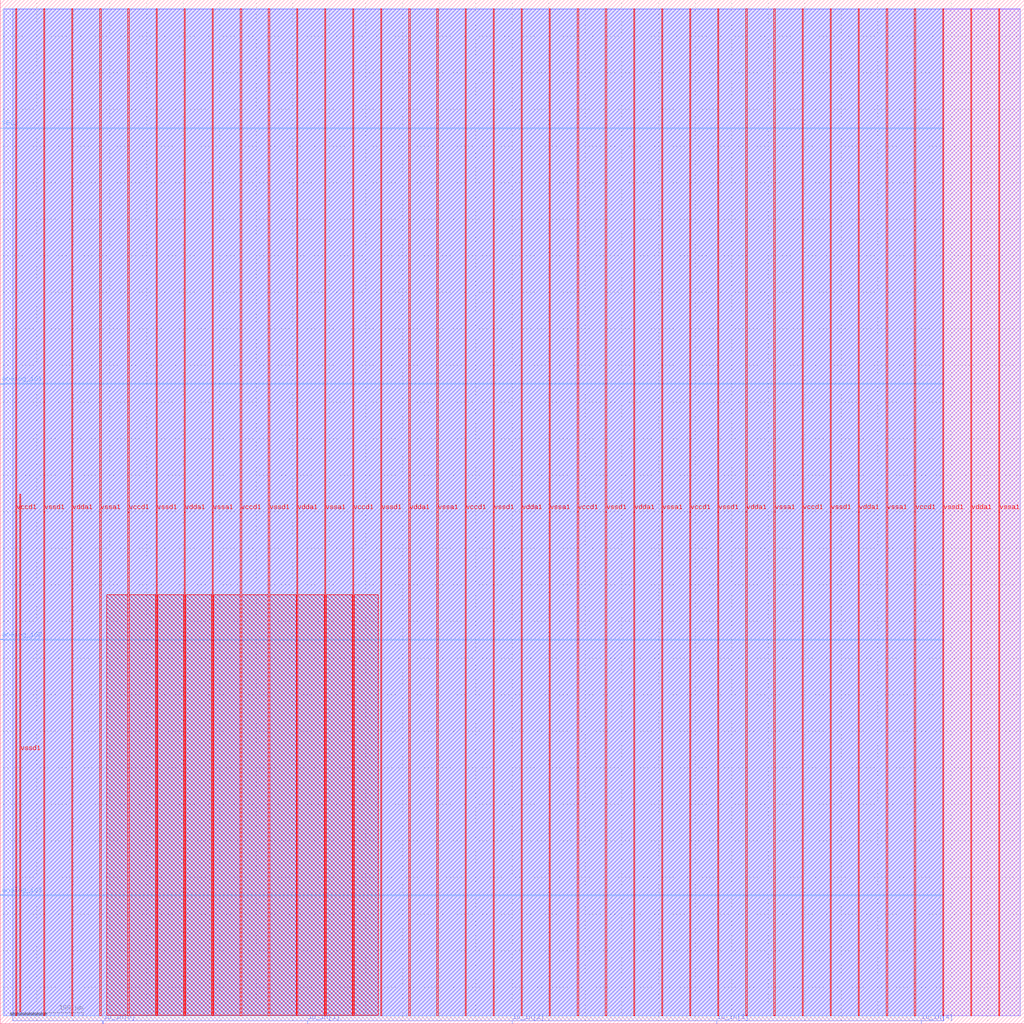
<source format=lef>
VERSION 5.7 ;
  NOWIREEXTENSIONATPIN ON ;
  DIVIDERCHAR "/" ;
  BUSBITCHARS "[]" ;
MACRO user_proj_example
  CLASS BLOCK ;
  FOREIGN user_proj_example ;
  ORIGIN 0.000 0.000 ;
  SIZE 1400.000 BY 1400.000 ;
  PIN SEL2
    DIRECTION INOUT ;
    USE SIGNAL ;
    ANTENNADIFFAREA 0.434700 ;
    PORT
      LAYER met3 ;
        RECT 0.000 1224.040 4.000 1224.640 ;
    END
  END SEL2
  PIN analog_io1
    DIRECTION INOUT ;
    USE SIGNAL ;
    ANTENNADIFFAREA 0.434700 ;
    PORT
      LAYER met3 ;
        RECT 0.000 874.520 4.000 875.120 ;
    END
  END analog_io1
  PIN analog_io2
    DIRECTION INOUT ;
    USE SIGNAL ;
    ANTENNADIFFAREA 0.434700 ;
    PORT
      LAYER met3 ;
        RECT 0.000 525.000 4.000 525.600 ;
    END
  END analog_io2
  PIN analog_io3
    DIRECTION INOUT ;
    USE SIGNAL ;
    ANTENNADIFFAREA 0.434700 ;
    PORT
      LAYER met3 ;
        RECT 0.000 175.480 4.000 176.080 ;
    END
  END analog_io3
  PIN io_in[0]
    DIRECTION INPUT ;
    USE SIGNAL ;
    ANTENNAGATEAREA 0.159000 ;
    PORT
      LAYER met2 ;
        RECT 140.390 0.000 140.670 4.000 ;
    END
  END io_in[0]
  PIN io_in[1]
    DIRECTION INPUT ;
    USE SIGNAL ;
    ANTENNAGATEAREA 0.247500 ;
    PORT
      LAYER met2 ;
        RECT 420.070 0.000 420.350 4.000 ;
    END
  END io_in[1]
  PIN io_in[2]
    DIRECTION INPUT ;
    USE SIGNAL ;
    ANTENNAGATEAREA 0.213000 ;
    PORT
      LAYER met2 ;
        RECT 699.750 0.000 700.030 4.000 ;
    END
  END io_in[2]
  PIN io_in[3]
    DIRECTION INPUT ;
    USE SIGNAL ;
    ANTENNAGATEAREA 0.247500 ;
    PORT
      LAYER met2 ;
        RECT 979.430 0.000 979.710 4.000 ;
    END
  END io_in[3]
  PIN io_in[4]
    DIRECTION INPUT ;
    USE SIGNAL ;
    ANTENNAGATEAREA 0.742500 ;
    PORT
      LAYER met2 ;
        RECT 1259.110 0.000 1259.390 4.000 ;
    END
  END io_in[4]
  PIN vccd1
    DIRECTION INOUT ;
    USE POWER ;
    PORT
      LAYER met4 ;
        RECT 21.040 10.640 22.640 1387.440 ;
    END
    PORT
      LAYER met4 ;
        RECT 174.640 10.640 176.240 1387.440 ;
    END
    PORT
      LAYER met4 ;
        RECT 328.240 10.640 329.840 1387.440 ;
    END
    PORT
      LAYER met4 ;
        RECT 481.840 10.640 483.440 1387.440 ;
    END
    PORT
      LAYER met4 ;
        RECT 635.440 10.640 637.040 1387.440 ;
    END
    PORT
      LAYER met4 ;
        RECT 789.040 10.640 790.640 1387.440 ;
    END
    PORT
      LAYER met4 ;
        RECT 942.640 10.640 944.240 1387.440 ;
    END
    PORT
      LAYER met4 ;
        RECT 1096.240 10.640 1097.840 1387.440 ;
    END
    PORT
      LAYER met4 ;
        RECT 1249.840 10.640 1251.440 1387.440 ;
    END
  END vccd1
  PIN vdda1
    DIRECTION INOUT ;
    USE POWER ;
    PORT
      LAYER met4 ;
        RECT 97.840 10.640 99.440 1387.440 ;
    END
    PORT
      LAYER met4 ;
        RECT 251.440 10.640 253.040 1387.440 ;
    END
    PORT
      LAYER met4 ;
        RECT 405.040 10.640 406.640 1387.440 ;
    END
    PORT
      LAYER met4 ;
        RECT 558.640 10.640 560.240 1387.440 ;
    END
    PORT
      LAYER met4 ;
        RECT 712.240 10.640 713.840 1387.440 ;
    END
    PORT
      LAYER met4 ;
        RECT 865.840 10.640 867.440 1387.440 ;
    END
    PORT
      LAYER met4 ;
        RECT 1019.440 10.640 1021.040 1387.440 ;
    END
    PORT
      LAYER met4 ;
        RECT 1173.040 10.640 1174.640 1387.440 ;
    END
    PORT
      LAYER met4 ;
        RECT 1326.640 10.640 1328.240 1387.440 ;
    END
  END vdda1
  PIN vssa1
    DIRECTION INOUT ;
    USE GROUND ;
    PORT
      LAYER met4 ;
        RECT 136.240 10.640 137.840 1387.440 ;
    END
    PORT
      LAYER met4 ;
        RECT 289.840 10.640 291.440 1387.440 ;
    END
    PORT
      LAYER met4 ;
        RECT 443.440 10.640 445.040 1387.440 ;
    END
    PORT
      LAYER met4 ;
        RECT 597.040 10.640 598.640 1387.440 ;
    END
    PORT
      LAYER met4 ;
        RECT 750.640 10.640 752.240 1387.440 ;
    END
    PORT
      LAYER met4 ;
        RECT 904.240 10.640 905.840 1387.440 ;
    END
    PORT
      LAYER met4 ;
        RECT 1057.840 10.640 1059.440 1387.440 ;
    END
    PORT
      LAYER met4 ;
        RECT 1211.440 10.640 1213.040 1387.440 ;
    END
    PORT
      LAYER met4 ;
        RECT 1365.040 10.640 1366.640 1387.440 ;
    END
  END vssa1
  PIN vssd1
    DIRECTION INOUT ;
    USE GROUND ;
    PORT
      LAYER met4 ;
        RECT 59.440 10.640 61.040 1387.440 ;
    END
    PORT
      LAYER met4 ;
        RECT 213.040 10.640 214.640 1387.440 ;
    END
    PORT
      LAYER met4 ;
        RECT 366.640 10.640 368.240 1387.440 ;
    END
    PORT
      LAYER met4 ;
        RECT 520.240 10.640 521.840 1387.440 ;
    END
    PORT
      LAYER met4 ;
        RECT 673.840 10.640 675.440 1387.440 ;
    END
    PORT
      LAYER met4 ;
        RECT 827.440 10.640 829.040 1387.440 ;
    END
    PORT
      LAYER met4 ;
        RECT 981.040 10.640 982.640 1387.440 ;
    END
    PORT
      LAYER met4 ;
        RECT 1134.640 10.640 1136.240 1387.440 ;
    END
    PORT
      LAYER met4 ;
        RECT 1288.240 10.640 1289.840 1387.440 ;
    END
    PORT
      LAYER met4 ;
        RECT 26.340 16.080 27.940 723.760 ;
    END
  END vssd1
  OBS
      LAYER li1 ;
        RECT 5.520 10.795 1394.260 1387.285 ;
      LAYER met1 ;
        RECT 5.520 10.640 1394.260 1387.440 ;
      LAYER met2 ;
        RECT 17.110 4.280 1289.810 1387.385 ;
        RECT 17.110 4.000 140.110 4.280 ;
        RECT 140.950 4.000 419.790 4.280 ;
        RECT 420.630 4.000 699.470 4.280 ;
        RECT 700.310 4.000 979.150 4.280 ;
        RECT 979.990 4.000 1258.830 4.280 ;
        RECT 1259.670 4.000 1289.810 4.280 ;
      LAYER met3 ;
        RECT 4.000 1225.040 1289.830 1387.365 ;
        RECT 4.400 1223.640 1289.830 1225.040 ;
        RECT 4.000 875.520 1289.830 1223.640 ;
        RECT 4.400 874.120 1289.830 875.520 ;
        RECT 4.000 526.000 1289.830 874.120 ;
        RECT 4.400 524.600 1289.830 526.000 ;
        RECT 4.000 176.480 1289.830 524.600 ;
        RECT 4.400 175.080 1289.830 176.480 ;
        RECT 4.000 10.715 1289.830 175.080 ;
      LAYER met4 ;
        RECT 145.655 11.735 174.240 586.665 ;
        RECT 176.640 11.735 212.640 586.665 ;
        RECT 215.040 11.735 251.040 586.665 ;
        RECT 253.440 11.735 289.440 586.665 ;
        RECT 291.840 11.735 327.840 586.665 ;
        RECT 330.240 11.735 366.240 586.665 ;
        RECT 368.640 11.735 404.640 586.665 ;
        RECT 407.040 11.735 443.040 586.665 ;
        RECT 445.440 11.735 481.440 586.665 ;
        RECT 483.840 11.735 516.745 586.665 ;
  END
END user_proj_example
END LIBRARY


</source>
